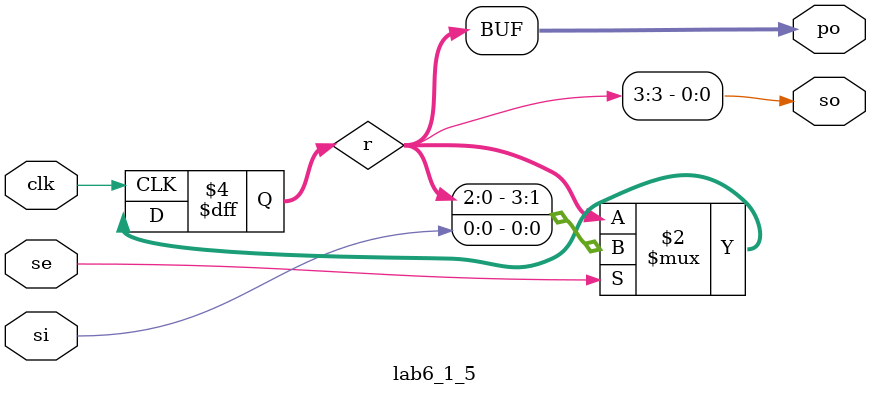
<source format=v>
`timescale 1ns / 1ps


module lab6_1_5(
    input clk,
    input se,
    input si,
    output [3:0] po,
    output so
    );
    reg [3:0] r;
    assign so = r[3];
    assign po = r;
    
    always @ (posedge clk) begin
        if (se)
            r <= {r[2:0], si};
    end
endmodule

</source>
